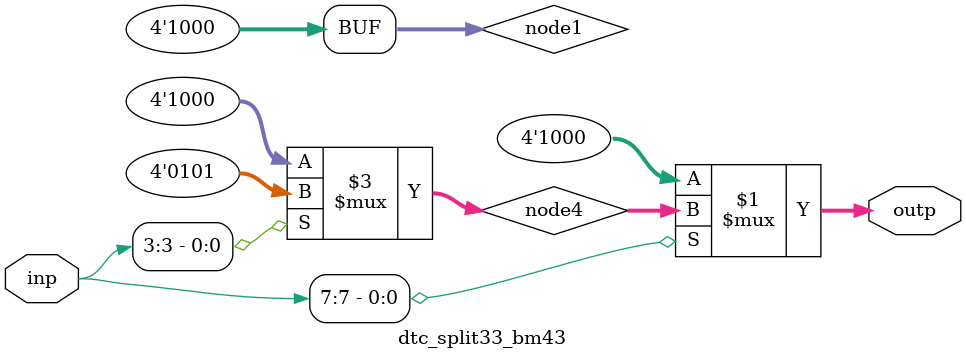
<source format=v>
module dtc_split33_bm43 (
	input  wire [8-1:0] inp,
	output wire [4-1:0] outp
);

	wire [4-1:0] node1;
	wire [4-1:0] node4;

	assign outp = (inp[7]) ? node4 : node1;
		assign node1 = (inp[3]) ? 4'b1000 : 4'b1000;
		assign node4 = (inp[3]) ? 4'b0101 : 4'b1000;

endmodule
</source>
